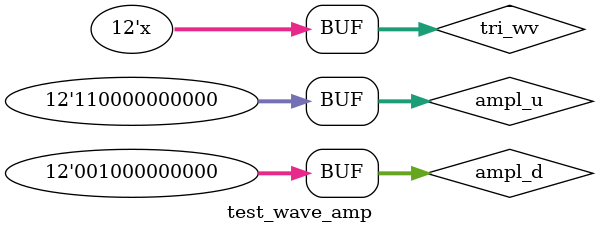
<source format=v>
`timescale 1ns / 1ps


module test_wave_amp();

    reg [11:0] tri_wv = 12'b0;
    reg sign = 1'b0;
    
    reg [11:0] ampl_u = 12'hc00;
    reg [11:0] ampl_d = 12'h200;
    
    wire [11:0] data;
    
    always #2 tri_wv <= sign ? tri_wv - 12'h010 : tri_wv + 12'h010;
    always @ (tri_wv) sign = (tri_wv == 12'hfff) ? 1'b1 :
                             (tri_wv == 12'h000) ? 1'b0 : sign;
    
    wave_amp dut (
        .AMPL_U(ampl_u),
        .AMPL_D(ampl_d),
        .WAVE(tri_wv),
        .DATA(data)
        );
    
endmodule

</source>
